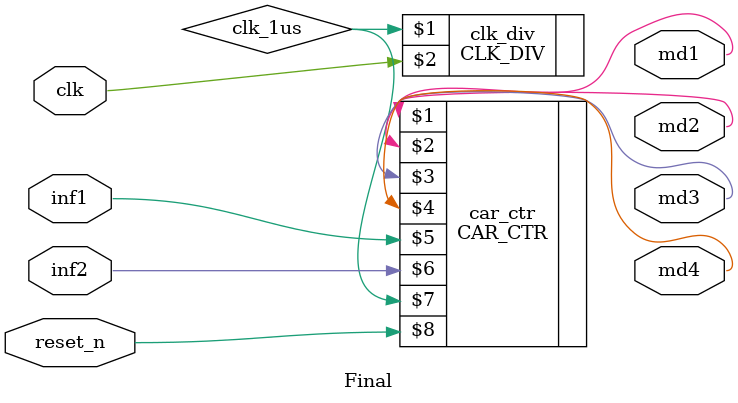
<source format=v>
`timescale 1ns / 1ps
module Final(
    output  md1,
    output  md2,
    output  md3,
    output  md4,
    input   inf1,
    input   inf2,
    input   clk,
    input   reset_n
);
wire clk_1us;
CLK_DIV clk_div(clk_1us, clk);
CAR_CTR car_ctr(md1, md2, md3, md4, inf1, inf2, clk_1us, reset_n);

endmodule

</source>
